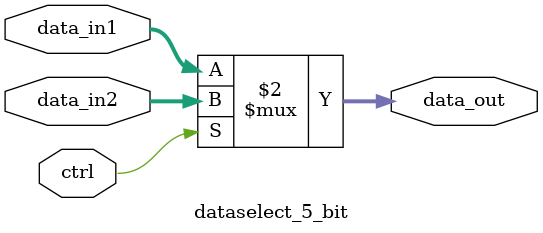
<source format=v>
`timescale 1ns / 1ps
module dataselect_5_bit(data_in1, data_in2, ctrl, data_out);
  input [4:0] data_in1, data_in2; //Á½¸öÊý¾Ý
  input ctrl; //¿ØÖÆÐÅºÅ
  output [4:0] data_out;
  assign data_out = (ctrl == 1'b0 ? data_in1 : data_in2);
endmodule


</source>
